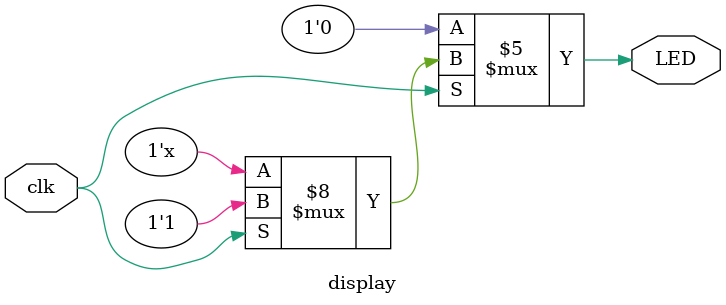
<source format=v>
module display(clk, LED); 
input clk;
output reg LED;

always@(clk)
begin
	if(clk == 1)
		LED = 1;
	if(clk == 0)
		LED = 0;
end
endmodule
</source>
